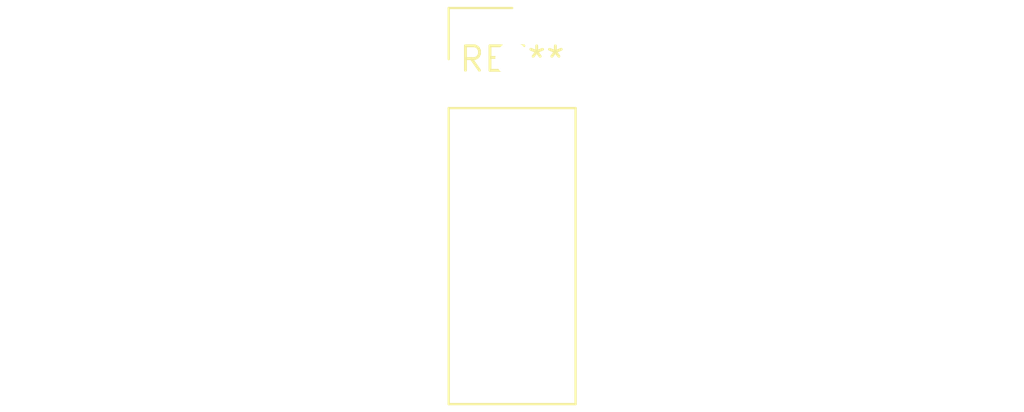
<source format=kicad_pcb>
(kicad_pcb (version 20240108) (generator pcbnew)
  (layers (0 "F.Cu" signal) (31 "B.Cu" signal) (34 "B.Paste" user) (35 "F.Paste" user) (36 "B.SilkS" user "B.Silkscreen") (37 "F.SilkS" user "F.Silkscreen") (38 "B.Mask" user) (39 "F.Mask" user) (44 "Edge.Cuts" user))
  (net 0 "")
  (footprint "Samtec_HPM-04-05-x-S_Straight_1x04_Pitch5.08mm" (layer "F.Cu") (at 0 0)
    (property "Reference" "REF**")
    (property "Value" "Samtec_HPM-04-05-x-S_Straight_1x04_Pitch5.08mm")
    (fp_line (start -3.285 -2.65) (end 0 -2.65) (layer "F.SilkS") (stroke (width 0.12)))
    (fp_line (start -3.285 0) (end -3.285 -2.65) (layer "F.SilkS") (stroke (width 0.12)))
    (fp_line (start -3.285 2.54) (end -3.285 17.89) (layer "F.SilkS") (stroke (width 0.12)))
    (fp_line (start -3.285 2.54) (end 3.285 2.54) (layer "F.SilkS") (stroke (width 0.12)))
    (fp_line (start -3.285 17.89) (end 3.285 17.89) (layer "F.SilkS") (stroke (width 0.12)))
    (fp_line (start 3.285 2.54) (end 3.285 17.89) (layer "F.SilkS") (stroke (width 0.12)))
    (pad "1" thru_hole rect (at 0 0) (size 2.8 2.8) (drill 1.75) (layers *.Cu *.Mask) (remove_unused_layers))
    (pad "2" thru_hole circle (at 0 5.08) (size 2.8 2.8) (drill 1.75) (layers *.Cu *.Mask) (remove_unused_layers))
    (pad "3" thru_hole circle (at 0 10.16) (size 2.8 2.8) (drill 1.75) (layers *.Cu *.Mask) (remove_unused_layers))
    (pad "4" thru_hole circle (at 0 15.24) (size 2.8 2.8) (drill 1.75) (layers *.Cu *.Mask) (remove_unused_layers))
  )
)
</source>
